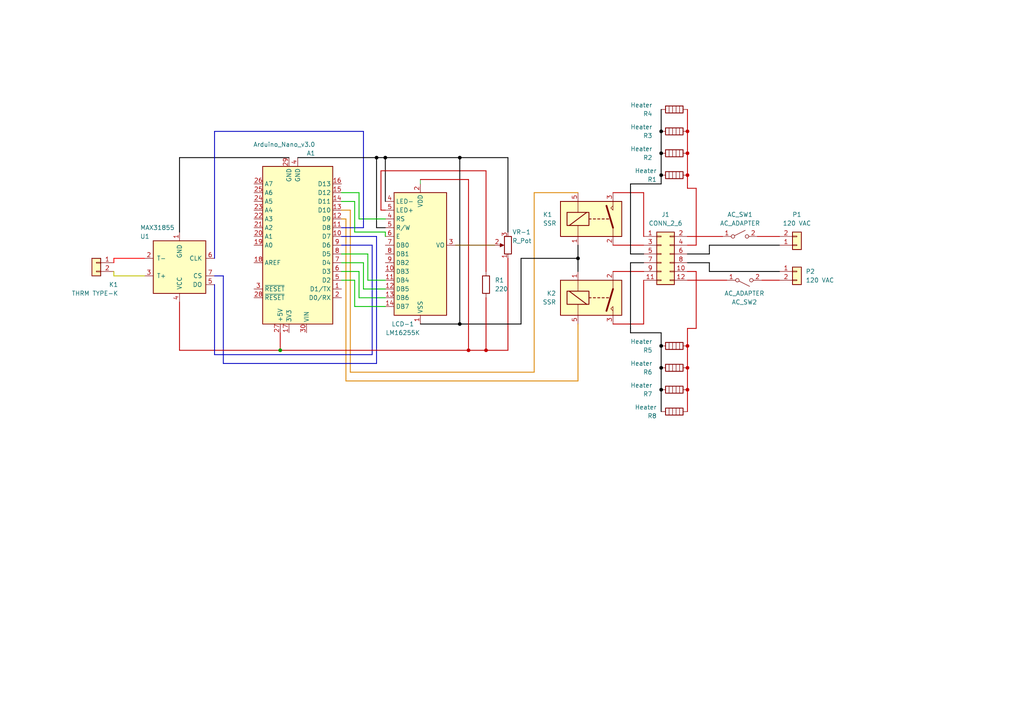
<source format=kicad_sch>
(kicad_sch (version 20211123) (generator eeschema)
  (paper "A4")
  (lib_symbols
    (symbol "Connector_Generic:Conn_01x02" (pin_names (offset 1.016) hide)
      (property "Reference" "J" (at 0 2.54 0))
      (property "Value" "Conn_01x02" (at 0 -5.08 0))
      (symbol "Conn_01x02_1_1"
        (rectangle (start -1.27 -2.413) (end 0 -2.667) (stroke (width 0.1524)))
        (rectangle (start -1.27 0.127) (end 0 -0.127) (stroke (width 0.1524)))
        (rectangle (start -1.27 1.27) (end 1.27 -3.81) (stroke (width 0.254)) (fill (type background)))
        (pin passive line (at -5.08 0 0) (length 3.81) (name "Pin_1") (number "1"))
        (pin passive line (at -5.08 -2.54 0) (length 3.81) (name "Pin_2") (number "2"))
      )
    )
    (symbol "Connector_Generic:Conn_02x06_Odd_Even" (pin_names (offset 1.016) hide)
      (property "Reference" "J" (at 1.27 7.62 0))
      (property "Value" "Conn_02x06_Odd_Even" (at 1.27 -10.16 0))
      (symbol "Conn_02x06_Odd_Even_1_1"
        (rectangle (start -1.27 -7.493) (end 0 -7.747) (stroke (width 0.1524)))
        (rectangle (start -1.27 -4.953) (end 0 -5.207) (stroke (width 0.1524)))
        (rectangle (start -1.27 -2.413) (end 0 -2.667) (stroke (width 0.1524)))
        (rectangle (start -1.27 0.127) (end 0 -0.127) (stroke (width 0.1524)))
        (rectangle (start -1.27 2.667) (end 0 2.413) (stroke (width 0.1524)))
        (rectangle (start -1.27 5.207) (end 0 4.953) (stroke (width 0.1524)))
        (rectangle (start -1.27 6.35) (end 3.81 -8.89) (stroke (width 0.254)) (fill (type background)))
        (rectangle (start 3.81 -7.493) (end 2.54 -7.747) (stroke (width 0.1524)))
        (rectangle (start 3.81 -4.953) (end 2.54 -5.207) (stroke (width 0.1524)))
        (rectangle (start 3.81 -2.413) (end 2.54 -2.667) (stroke (width 0.1524)))
        (rectangle (start 3.81 0.127) (end 2.54 -0.127) (stroke (width 0.1524)))
        (rectangle (start 3.81 2.667) (end 2.54 2.413) (stroke (width 0.1524)))
        (rectangle (start 3.81 5.207) (end 2.54 4.953) (stroke (width 0.1524)))
        (pin passive line (at -5.08 5.08 0) (length 3.81) (name "Pin_1") (number "1"))
        (pin passive line (at 7.62 -5.08 180) (length 3.81) (name "Pin_10") (number "10"))
        (pin passive line (at -5.08 -7.62 0) (length 3.81) (name "Pin_11") (number "11"))
        (pin passive line (at 7.62 -7.62 180) (length 3.81) (name "Pin_12") (number "12"))
        (pin passive line (at 7.62 5.08 180) (length 3.81) (name "Pin_2") (number "2"))
        (pin passive line (at -5.08 2.54 0) (length 3.81) (name "Pin_3") (number "3"))
        (pin passive line (at 7.62 2.54 180) (length 3.81) (name "Pin_4") (number "4"))
        (pin passive line (at -5.08 0 0) (length 3.81) (name "Pin_5") (number "5"))
        (pin passive line (at 7.62 0 180) (length 3.81) (name "Pin_6") (number "6"))
        (pin passive line (at -5.08 -2.54 0) (length 3.81) (name "Pin_7") (number "7"))
        (pin passive line (at 7.62 -2.54 180) (length 3.81) (name "Pin_8") (number "8"))
        (pin passive line (at -5.08 -5.08 0) (length 3.81) (name "Pin_9") (number "9"))
      )
    )
    (symbol "Device:Heater" (pin_numbers hide) (pin_names (offset 0))
      (property "Reference" "R" (at 2.032 0 90))
      (property "Value" "Heater" (at -2.032 0 90))
      (symbol "Heater_0_1"
        (rectangle (start -1.016 -2.54) (end 1.016 2.54) (stroke (width 0.254)))
        (polyline (pts (xy -1.016 1.524) (xy 1.016 1.524)))
        (polyline (pts (xy 1.016 -1.524) (xy -1.016 -1.524)))
        (polyline (pts (xy 1.016 -0.508) (xy -1.016 -0.508)))
        (polyline (pts (xy 1.016 0.508) (xy -1.016 0.508)))
      )
      (symbol "Heater_1_1"
        (pin passive line (at 0 3.81 270) (length 1.27) (name "~") (number "1"))
        (pin passive line (at 0 -3.81 90) (length 1.27) (name "~") (number "2"))
      )
    )
    (symbol "Device:R" (pin_numbers hide) (pin_names (offset 0))
      (property "Reference" "R" (at 2.032 0 90))
      (property "Value" "R" (at 0 0 90))
      (symbol "R_0_1"
        (rectangle (start -1.016 -2.54) (end 1.016 2.54) (stroke (width 0.254)))
      )
      (symbol "R_1_1"
        (pin passive line (at 0 3.81 270) (length 1.27) (name "~") (number "1"))
        (pin passive line (at 0 -3.81 90) (length 1.27) (name "~") (number "2"))
      )
    )
    (symbol "Device:R_Potentiometer" (pin_names (offset 1.016) hide)
      (property "Reference" "RV" (at -4.445 0 90))
      (property "Value" "R_Potentiometer" (at -2.54 0 90))
      (symbol "R_Potentiometer_0_1"
        (polyline (pts (xy 2.54 0) (xy 1.524 0)))
        (polyline (pts (xy 1.143 0) (xy 2.286 0.508) (xy 2.286 -0.508) (xy 1.143 0)) (fill (type outline)))
        (rectangle (start 1.016 2.54) (end -1.016 -2.54) (stroke (width 0.254)))
      )
      (symbol "R_Potentiometer_1_1"
        (pin passive line (at 0 3.81 270) (length 1.27) (name "1") (number "1"))
        (pin passive line (at 3.81 0 180) (length 1.27) (name "2") (number "2"))
        (pin passive line (at 0 -3.81 90) (length 1.27) (name "3") (number "3"))
      )
    )
    (symbol "LM16255K_1"
      (property "Reference" "LCD-1" (at 2.54 0 0))
      (property "Value" "LM16255K_1" (at 2.54 -2.54 0))
      (symbol "LM16255K_1_0_1"
        (rectangle (start -7.62 20.32) (end 7.62 -15.24) (stroke (width 0.254)) (fill (type background)))
      )
      (symbol "LM16255K_1_1_1"
        (pin power_in line (at 0 -17.78 90) (length 2.54) (name "VSS") (number "1"))
        (pin bidirectional line (at -10.16 -2.54 0) (length 2.54) (name "DB3") (number "10"))
        (pin bidirectional line (at -10.16 -5.08 0) (length 2.54) (name "DB4") (number "11"))
        (pin bidirectional line (at -10.16 -7.62 0) (length 2.54) (name "DB5") (number "12"))
        (pin bidirectional line (at -10.16 -10.16 0) (length 2.54) (name "DB6") (number "13"))
        (pin bidirectional line (at -10.16 -12.7 0) (length 2.54) (name "DB7") (number "14"))
        (pin power_in line (at 0 22.86 270) (length 2.54) (name "VDD") (number "2"))
        (pin power_in line (at 10.16 5.08 180) (length 2.54) (name "VO") (number "3"))
        (pin power_in line (at -10.16 17.78 0) (length 2.54) (name "LED-") (number "4"))
        (pin input line (at -10.16 12.7 0) (length 2.54) (name "RS") (number "4"))
        (pin power_in line (at -10.16 15.24 0) (length 2.54) (name "LED+") (number "5"))
        (pin input line (at -10.16 10.16 0) (length 2.54) (name "R/W") (number "5"))
        (pin input line (at -10.16 7.62 0) (length 2.54) (name "E") (number "6"))
        (pin bidirectional line (at -10.16 5.08 0) (length 2.54) (name "DB0") (number "7"))
        (pin bidirectional line (at -10.16 2.54 0) (length 2.54) (name "DB1") (number "8"))
        (pin bidirectional line (at -10.16 0 0) (length 2.54) (name "DB2") (number "9"))
      )
    )
    (symbol "MCU_Module:Arduino_Nano_v3.x"
      (property "Reference" "A" (at -10.16 23.495 0))
      (property "Value" "Arduino_Nano_v3.x" (at 5.08 -24.13 0))
      (symbol "Arduino_Nano_v3.x_0_1"
        (rectangle (start -10.16 22.86) (end 10.16 -22.86) (stroke (width 0.254)) (fill (type background)))
      )
      (symbol "Arduino_Nano_v3.x_1_1"
        (pin bidirectional line (at -12.7 12.7 0) (length 2.54) (name "D1/TX") (number "1"))
        (pin bidirectional line (at -12.7 -2.54 0) (length 2.54) (name "D7") (number "10"))
        (pin bidirectional line (at -12.7 -5.08 0) (length 2.54) (name "D8") (number "11"))
        (pin bidirectional line (at -12.7 -7.62 0) (length 2.54) (name "D9") (number "12"))
        (pin bidirectional line (at -12.7 -10.16 0) (length 2.54) (name "D10") (number "13"))
        (pin bidirectional line (at -12.7 -12.7 0) (length 2.54) (name "D11") (number "14"))
        (pin bidirectional line (at -12.7 -15.24 0) (length 2.54) (name "D12") (number "15"))
        (pin bidirectional line (at -12.7 -17.78 0) (length 2.54) (name "D13") (number "16"))
        (pin power_out line (at 2.54 25.4 270) (length 2.54) (name "3V3") (number "17"))
        (pin input line (at 12.7 5.08 180) (length 2.54) (name "AREF") (number "18"))
        (pin bidirectional line (at 12.7 0 180) (length 2.54) (name "A0") (number "19"))
        (pin bidirectional line (at -12.7 15.24 0) (length 2.54) (name "D0/RX") (number "2"))
        (pin bidirectional line (at 12.7 -2.54 180) (length 2.54) (name "A1") (number "20"))
        (pin bidirectional line (at 12.7 -5.08 180) (length 2.54) (name "A2") (number "21"))
        (pin bidirectional line (at 12.7 -7.62 180) (length 2.54) (name "A3") (number "22"))
        (pin bidirectional line (at 12.7 -10.16 180) (length 2.54) (name "A4") (number "23"))
        (pin bidirectional line (at 12.7 -12.7 180) (length 2.54) (name "A5") (number "24"))
        (pin bidirectional line (at 12.7 -15.24 180) (length 2.54) (name "A6") (number "25"))
        (pin bidirectional line (at 12.7 -17.78 180) (length 2.54) (name "A7") (number "26"))
        (pin power_out line (at 5.08 25.4 270) (length 2.54) (name "+5V") (number "27"))
        (pin input line (at 12.7 15.24 180) (length 2.54) (name "~{RESET}") (number "28"))
        (pin power_in line (at 2.54 -25.4 90) (length 2.54) (name "GND") (number "29"))
        (pin input line (at 12.7 12.7 180) (length 2.54) (name "~{RESET}") (number "3"))
        (pin power_in line (at -2.54 25.4 270) (length 2.54) (name "VIN") (number "30"))
        (pin power_in line (at 0 -25.4 90) (length 2.54) (name "GND") (number "4"))
        (pin bidirectional line (at -12.7 10.16 0) (length 2.54) (name "D2") (number "5"))
        (pin bidirectional line (at -12.7 7.62 0) (length 2.54) (name "D3") (number "6"))
        (pin bidirectional line (at -12.7 5.08 0) (length 2.54) (name "D4") (number "7"))
        (pin bidirectional line (at -12.7 2.54 0) (length 2.54) (name "D5") (number "8"))
        (pin bidirectional line (at -12.7 0 0) (length 2.54) (name "D6") (number "9"))
      )
    )
    (symbol "Relay:G5Q-1A"
      (property "Reference" "K" (at 8.89 3.81 0))
      (property "Value" "G5Q-1A" (at 8.89 1.27 0))
      (symbol "G5Q-1A_0_0"
        (polyline (pts (xy 5.08 5.08) (xy 5.08 2.54) (xy 4.445 3.175) (xy 5.08 3.81)))
      )
      (symbol "G5Q-1A_0_1"
        (rectangle (start -10.16 5.08) (end 7.62 -5.08) (stroke (width 0.254)) (fill (type background)))
        (rectangle (start -8.255 1.905) (end -1.905 -1.905) (stroke (width 0.254)))
        (polyline (pts (xy -7.62 -1.905) (xy -2.54 1.905)) (stroke (width 0.254)))
        (polyline (pts (xy -5.08 -5.08) (xy -5.08 -1.905)))
        (polyline (pts (xy -5.08 5.08) (xy -5.08 1.905)))
        (polyline (pts (xy -1.905 0) (xy -1.27 0)) (stroke (width 0.254)))
        (polyline (pts (xy -0.635 0) (xy 0 0)) (stroke (width 0.254)))
        (polyline (pts (xy 0.635 0) (xy 1.27 0)) (stroke (width 0.254)))
        (polyline (pts (xy 1.905 0) (xy 2.54 0)) (stroke (width 0.254)))
        (polyline (pts (xy 3.175 0) (xy 3.81 0)) (stroke (width 0.254)))
        (polyline (pts (xy 5.08 -2.54) (xy 3.175 3.81)) (stroke (width 0.508)))
        (polyline (pts (xy 5.08 -2.54) (xy 5.08 -5.08)))
      )
      (symbol "G5Q-1A_1_1"
        (pin passive line (at -5.08 -7.62 90) (length 2.54) (name "~") (number "1"))
        (pin passive line (at 5.08 -7.62 90) (length 2.54) (name "~") (number "2"))
        (pin passive line (at 5.08 7.62 270) (length 2.54) (name "~") (number "3"))
        (pin passive line (at -5.08 7.62 270) (length 2.54) (name "~") (number "5"))
      )
    )
    (symbol "Sensor_Temperature:MAX31855EASA" (pin_names (offset 1.016))
      (property "Reference" "U1" (at -11.43 -8.89 0))
      (property "Value" "MAX31855" (at -11.43 -11.43 0))
      (symbol "MAX31855EASA_0_1"
        (rectangle (start -7.62 7.62) (end 7.62 -7.62) (stroke (width 0.254)) (fill (type background)))
      )
      (symbol "MAX31855EASA_1_1"
        (pin power_in line (at 0 -10.16 90) (length 2.54) (name "GND") (number "1"))
        (pin passive line (at -10.16 -2.54 0) (length 2.54) (name "T-") (number "2"))
        (pin passive line (at -10.16 2.54 0) (length 2.54) (name "T+") (number "3"))
        (pin power_in line (at 0 10.16 270) (length 2.54) (name "VCC") (number "4"))
        (pin input line (at 10.16 5.08 180) (length 2.54) (name "DO") (number "5"))
        (pin input line (at 10.16 -2.54 180) (length 2.54) (name "CLK") (number "6"))
        (pin tri_state line (at 10.16 2.54 180) (length 2.54) (name "CS") (number "7"))
      )
    )
    (symbol "Switch:SW_SPST" (pin_names (offset 0) hide)
      (property "Reference" "SW" (at 0 3.175 0))
      (property "Value" "SW_SPST" (at 0 -2.54 0))
      (symbol "SW_SPST_0_0"
        (circle (center -2.032 0) (radius 0.508))
        (polyline (pts (xy -1.524 0.254) (xy 1.524 1.778)))
        (circle (center 2.032 0) (radius 0.508))
      )
      (symbol "SW_SPST_1_1"
        (pin passive line (at -5.08 0 0) (length 2.54) (name "A") (number "1"))
        (pin passive line (at 5.08 0 180) (length 2.54) (name "B") (number "2"))
      )
    )
  )
  (junction (at 199.39 100.33) (color 194 0 0 1))
  (junction (at 191.77 106.68) (color 0 0 0 1))
  (junction (at 191.77 38.1) (color 0 0 0 1))
  (junction (at 191.77 100.33) (color 0 0 0 1))
  (junction (at 199.39 50.8) (color 194 0 0 1))
  (junction (at 191.77 44.45) (color 0 0 0 1))
  (junction (at 199.39 44.45) (color 194 0 0 1))
  (junction (at 109.22 45.72) (color 0 0 0 1))
  (junction (at 135.89 101.6) (color 194 0 0 1))
  (junction (at 191.77 50.8) (color 0 0 0 1))
  (junction (at 133.35 45.72) (color 0 0 0 1))
  (junction (at 81.28 101.6))
  (junction (at 133.35 93.98) (color 0 0 0 1))
  (junction (at 199.39 38.1) (color 194 0 0 1))
  (junction (at 111.76 45.72) (color 0 0 0 1))
  (junction (at 191.77 113.03) (color 0 0 0 1))
  (junction (at 167.64 74.93) (color 0 0 0 1))
  (junction (at 140.97 101.6) (color 194 0 0 1))
  (junction (at 199.39 106.68) (color 194 0 0 1))
  (junction (at 199.39 113.03) (color 194 0 0 1))
  (wire (pts (xy 106.68 73.66) (xy 106.68 81.28)) (stroke (width 0.25) (color 0 194 0 1)))
  (wire (pts (xy 201.93 95.25) (xy 199.39 95.25)) (stroke (width 0.25) (color 194 0 0 1)))
  (wire (pts (xy 102.87 88.9) (xy 111.76 88.9)) (stroke (width 0.25) (color 0 194 0 1)))
  (wire (pts (xy 105.41 66.04) (xy 105.41 38.1)) (stroke (width 0.25) (color 0 0 194 1)))
  (wire (pts (xy 132.08 71.12) (xy 143.51 71.12)) (stroke (width 0.25) (color 128 77 0 1)))
  (wire (pts (xy 133.35 45.72) (xy 133.35 93.98)) (stroke (width 0.25) (color 0 0 0 1)))
  (wire (pts (xy 109.22 105.41) (xy 64.77 105.41)) (stroke (width 0.25) (color 0 0 194 1)))
  (wire (pts (xy 177.8 78.74) (xy 186.69 78.74)) (stroke (width 0.25) (color 194 0 0 1)))
  (wire (pts (xy 111.76 66.04) (xy 109.22 66.04)) (stroke (width 0.25) (color 0 0 0 1)))
  (wire (pts (xy 111.76 45.72) (xy 133.35 45.72)) (stroke (width 0.25) (color 0 0 0 1)))
  (wire (pts (xy 107.95 102.87) (xy 62.23 102.87)) (stroke (width 0.25) (color 0 0 194 1)))
  (wire (pts (xy 105.41 76.2) (xy 105.41 83.82)) (stroke (width 0.25) (color 0 194 0 1)))
  (wire (pts (xy 191.77 50.8) (xy 191.77 53.34)) (stroke (width 0.25) (color 0 0 0 1)))
  (wire (pts (xy 140.97 49.53) (xy 110.49 49.53)) (stroke (width 0.25) (color 194 0 0 1)))
  (wire (pts (xy 151.13 74.93) (xy 167.64 74.93)) (stroke (width 0.25) (color 0 0 0 1)))
  (wire (pts (xy 109.22 66.04) (xy 109.22 45.72)) (stroke (width 0.25) (color 0 0 0 1)))
  (wire (pts (xy 199.39 50.8) (xy 199.39 54.61)) (stroke (width 0.25) (color 194 0 0 1)))
  (wire (pts (xy 199.39 106.68) (xy 199.39 113.03)) (stroke (width 0.25) (color 194 0 0 1)))
  (wire (pts (xy 186.69 93.98) (xy 186.69 81.28)) (stroke (width 0.25) (color 194 0 0 1)))
  (wire (pts (xy 133.35 93.98) (xy 151.13 93.98)) (stroke (width 0.25) (color 0 0 0 1)))
  (wire (pts (xy 191.77 31.75) (xy 191.77 38.1)) (stroke (width 0.25) (color 0 0 0 1)))
  (wire (pts (xy 201.93 71.12) (xy 201.93 54.61)) (stroke (width 0.25) (color 194 0 0 1)))
  (wire (pts (xy 199.39 81.28) (xy 210.82 81.28)) (stroke (width 0.25) (color 194 0 0 1)))
  (wire (pts (xy 99.06 73.66) (xy 106.68 73.66)) (stroke (width 0.25) (color 0 194 0 1)))
  (wire (pts (xy 219.71 68.58) (xy 226.06 68.58)) (stroke (width 0.25) (color 194 0 0 1)))
  (wire (pts (xy 199.39 68.58) (xy 209.55 68.58)) (stroke (width 0.25) (color 194 0 0 1)))
  (wire (pts (xy 147.32 45.72) (xy 147.32 67.31)) (stroke (width 0.25) (color 0 0 0 1)))
  (wire (pts (xy 199.39 113.03) (xy 199.39 119.38)) (stroke (width 0.25) (color 194 0 0 1)))
  (wire (pts (xy 81.28 101.6) (xy 135.89 101.6)) (stroke (width 0.25) (color 194 0 0 1)))
  (wire (pts (xy 167.64 93.98) (xy 167.64 110.49)) (stroke (width 0.25) (color 221 133 0 1)))
  (wire (pts (xy 140.97 101.6) (xy 147.32 101.6)) (stroke (width 0.25) (color 194 0 0 1)))
  (wire (pts (xy 104.14 63.5) (xy 111.76 63.5)) (stroke (width 0.25) (color 0 194 0 1)))
  (wire (pts (xy 99.06 55.88) (xy 104.14 55.88)) (stroke (width 0.25) (color 0 194 0 1)))
  (wire (pts (xy 191.77 100.33) (xy 191.77 106.68)) (stroke (width 0.25) (color 0 0 0 1)))
  (wire (pts (xy 104.14 55.88) (xy 104.14 63.5)) (stroke (width 0.25) (color 0 194 0 1)))
  (wire (pts (xy 147.32 101.6) (xy 147.32 74.93)) (stroke (width 0.25) (color 194 0 0 1)))
  (wire (pts (xy 140.97 78.74) (xy 140.97 49.53)) (stroke (width 0.25) (color 194 0 0 1)))
  (wire (pts (xy 83.82 45.72) (xy 52.07 45.72)) (stroke (width 0.25) (color 0 0 0 1)))
  (wire (pts (xy 186.69 68.58) (xy 186.69 55.88)) (stroke (width 0.25) (color 194 0 0 1)))
  (wire (pts (xy 201.93 54.61) (xy 199.39 54.61)) (stroke (width 0.25) (color 194 0 0 1)))
  (wire (pts (xy 107.95 71.12) (xy 107.95 102.87)) (stroke (width 0.25) (color 0 0 194 1)))
  (wire (pts (xy 99.06 71.12) (xy 107.95 71.12)) (stroke (width 0.25) (color 0 0 194 1)))
  (wire (pts (xy 205.74 73.66) (xy 199.39 73.66)) (stroke (width 0.25) (color 0 0 0 1)))
  (wire (pts (xy 52.07 87.63) (xy 52.07 101.6)) (stroke (width 0.25) (color 194 0 0 1)))
  (wire (pts (xy 104.14 86.36) (xy 111.76 86.36)) (stroke (width 0.25) (color 0 194 0 1)))
  (wire (pts (xy 81.28 96.52) (xy 81.28 101.6)) (stroke (width 0.25) (color 194 0 0 1)))
  (wire (pts (xy 33.02 78.74) (xy 33.02 80.01)) (stroke (width 0.25) (color 194 194 0 1)))
  (wire (pts (xy 105.41 83.82) (xy 111.76 83.82)) (stroke (width 0.25) (color 0 194 0 1)))
  (wire (pts (xy 111.76 45.72) (xy 111.76 58.42)) (stroke (width 0.25) (color 0 0 0 1)))
  (wire (pts (xy 167.64 55.88) (xy 154.94 55.88)) (stroke (width 0.25) (color 221 133 0 1)))
  (wire (pts (xy 182.88 95.25) (xy 182.88 96.52)) (stroke (width 0.25) (color 0 0 0 1)))
  (wire (pts (xy 220.98 81.28) (xy 226.06 81.28)) (stroke (width 0.25) (color 194 0 0 1)))
  (wire (pts (xy 64.77 105.41) (xy 64.77 80.01)) (stroke (width 0.25) (color 0 0 194 1)))
  (wire (pts (xy 182.88 96.52) (xy 191.77 96.52)) (stroke (width 0.25) (color 0 0 0 1)))
  (wire (pts (xy 33.02 80.01) (xy 41.91 80.01)) (stroke (width 0.25) (color 194 194 0 1)))
  (wire (pts (xy 205.74 78.74) (xy 205.74 76.2)) (stroke (width 0.25) (color 0 0 0 1)))
  (wire (pts (xy 99.06 60.96) (xy 101.6 60.96)) (stroke (width 0.25) (color 221 133 0 1)))
  (wire (pts (xy 105.41 38.1) (xy 62.23 38.1)) (stroke (width 0.25) (color 0 0 194 1)))
  (wire (pts (xy 154.94 55.88) (xy 154.94 107.95)) (stroke (width 0.25) (color 221 133 0 1)))
  (wire (pts (xy 33.02 74.93) (xy 41.91 74.93)) (stroke (width 0.25) (color 255 0 0 1)))
  (wire (pts (xy 199.39 95.25) (xy 199.39 100.33)) (stroke (width 0.25) (color 194 0 0 1)))
  (wire (pts (xy 205.74 76.2) (xy 199.39 76.2)) (stroke (width 0.25) (color 0 0 0 1)))
  (wire (pts (xy 135.89 52.07) (xy 135.89 101.6)) (stroke (width 0.25) (color 194 0 0 1)))
  (wire (pts (xy 191.77 106.68) (xy 191.77 113.03)) (stroke (width 0.25) (color 0 0 0 1)))
  (wire (pts (xy 109.22 45.72) (xy 111.76 45.72)) (stroke (width 0.25) (color 0 0 0 1)))
  (wire (pts (xy 102.87 81.28) (xy 102.87 88.9)) (stroke (width 0.25) (color 0 194 0 1)))
  (wire (pts (xy 102.87 67.31) (xy 111.76 67.31)) (stroke (width 0.25) (color 0 194 0 1)))
  (wire (pts (xy 167.64 71.12) (xy 167.64 74.93)) (stroke (width 0.25) (color 0 0 0 1)))
  (wire (pts (xy 186.69 73.66) (xy 182.88 73.66)) (stroke (width 0.25) (color 0 0 0 1)))
  (wire (pts (xy 182.88 76.2) (xy 182.88 95.25)) (stroke (width 0.25) (color 0 0 0 1)))
  (wire (pts (xy 133.35 45.72) (xy 147.32 45.72)) (stroke (width 0.25) (color 0 0 0 1)))
  (wire (pts (xy 133.35 93.98) (xy 121.92 93.98)) (stroke (width 0.25) (color 0 0 0 1)))
  (wire (pts (xy 100.33 110.49) (xy 167.64 110.49)) (stroke (width 0.25) (color 221 133 0 1)))
  (wire (pts (xy 191.77 113.03) (xy 191.77 119.38)) (stroke (width 0.25) (color 0 0 0 1)))
  (wire (pts (xy 135.89 101.6) (xy 140.97 101.6)) (stroke (width 0.25) (color 194 0 0 1)))
  (wire (pts (xy 99.06 78.74) (xy 104.14 78.74)) (stroke (width 0.25) (color 0 194 0 1)))
  (wire (pts (xy 186.69 76.2) (xy 182.88 76.2)) (stroke (width 0.25) (color 0 0 0 1)))
  (wire (pts (xy 102.87 58.42) (xy 102.87 67.31)) (stroke (width 0.25) (color 0 194 0 1)))
  (wire (pts (xy 199.39 78.74) (xy 201.93 78.74)) (stroke (width 0.25) (color 194 0 0 1)))
  (wire (pts (xy 191.77 38.1) (xy 191.77 44.45)) (stroke (width 0.25) (color 0 0 0 1)))
  (wire (pts (xy 177.8 93.98) (xy 186.69 93.98)) (stroke (width 0.25) (color 194 0 0 1)))
  (wire (pts (xy 111.76 67.31) (xy 111.76 68.58)) (stroke (width 0.25) (color 0 194 0 1)))
  (wire (pts (xy 99.06 81.28) (xy 102.87 81.28)) (stroke (width 0.25) (color 0 194 0 1)))
  (wire (pts (xy 191.77 44.45) (xy 191.77 50.8)) (stroke (width 0.25) (color 0 0 0 1)))
  (wire (pts (xy 177.8 71.12) (xy 186.69 71.12)) (stroke (width 0.25) (color 194 0 0 1)))
  (wire (pts (xy 100.33 63.5) (xy 100.33 110.49)) (stroke (width 0.25) (color 221 133 0 1)))
  (wire (pts (xy 226.06 71.12) (xy 205.74 71.12)) (stroke (width 0.25) (color 0 0 0 1)))
  (wire (pts (xy 86.36 45.72) (xy 109.22 45.72)) (stroke (width 0.25) (color 0 0 0 1)))
  (wire (pts (xy 191.77 53.34) (xy 182.88 53.34)) (stroke (width 0.25) (color 0 0 0 1)))
  (wire (pts (xy 205.74 71.12) (xy 205.74 73.66)) (stroke (width 0.25) (color 0 0 0 1)))
  (wire (pts (xy 199.39 38.1) (xy 199.39 44.45)) (stroke (width 0.25) (color 194 0 0 1)))
  (wire (pts (xy 191.77 96.52) (xy 191.77 100.33)) (stroke (width 0.25) (color 0 0 0 1)))
  (wire (pts (xy 52.07 101.6) (xy 81.28 101.6)) (stroke (width 0.25) (color 194 0 0 1)))
  (wire (pts (xy 199.39 100.33) (xy 199.39 106.68)) (stroke (width 0.25) (color 194 0 0 1)))
  (wire (pts (xy 62.23 102.87) (xy 62.23 82.55)) (stroke (width 0.25) (color 0 0 194 1)))
  (wire (pts (xy 109.22 68.58) (xy 109.22 105.41)) (stroke (width 0.25) (color 0 0 194 1)))
  (wire (pts (xy 201.93 78.74) (xy 201.93 95.25)) (stroke (width 0.25) (color 194 0 0 1)))
  (wire (pts (xy 104.14 78.74) (xy 104.14 86.36)) (stroke (width 0.25) (color 0 194 0 1)))
  (wire (pts (xy 110.49 60.96) (xy 111.76 60.96)) (stroke (width 0.25) (color 194 0 0 1)))
  (wire (pts (xy 199.39 44.45) (xy 199.39 50.8)) (stroke (width 0.25) (color 194 0 0 1)))
  (wire (pts (xy 62.23 38.1) (xy 62.23 74.93)) (stroke (width 0.25) (color 0 0 194 1)))
  (wire (pts (xy 186.69 55.88) (xy 177.8 55.88)) (stroke (width 0.25) (color 194 0 0 1)))
  (wire (pts (xy 121.92 52.07) (xy 121.92 53.34)))
  (wire (pts (xy 106.68 81.28) (xy 111.76 81.28)) (stroke (width 0.25) (color 0 194 0 1)))
  (wire (pts (xy 99.06 58.42) (xy 102.87 58.42)) (stroke (width 0.25) (color 0 194 0 1)))
  (wire (pts (xy 167.64 74.93) (xy 167.64 78.74)) (stroke (width 0.25) (color 0 0 0 1)))
  (wire (pts (xy 52.07 45.72) (xy 52.07 67.31)) (stroke (width 0.25) (color 0 0 0 1)))
  (wire (pts (xy 199.39 71.12) (xy 201.93 71.12)) (stroke (width 0.25) (color 194 0 0 1)))
  (wire (pts (xy 182.88 53.34) (xy 182.88 73.66)) (stroke (width 0.25) (color 0 0 0 1)))
  (wire (pts (xy 154.94 107.95) (xy 101.6 107.95)) (stroke (width 0.25) (color 221 133 0 1)))
  (wire (pts (xy 99.06 66.04) (xy 105.41 66.04)) (stroke (width 0.25) (color 0 0 194 1)))
  (wire (pts (xy 140.97 86.36) (xy 140.97 101.6)) (stroke (width 0.25) (color 194 0 0 1)))
  (wire (pts (xy 99.06 76.2) (xy 105.41 76.2)) (stroke (width 0.25) (color 0 194 0 1)))
  (wire (pts (xy 64.77 80.01) (xy 62.23 80.01)) (stroke (width 0.25) (color 0 0 194 1)))
  (wire (pts (xy 151.13 93.98) (xy 151.13 74.93)) (stroke (width 0.25) (color 0 0 0 1)))
  (wire (pts (xy 99.06 63.5) (xy 100.33 63.5)) (stroke (width 0.25) (color 221 133 0 1)))
  (wire (pts (xy 226.06 78.74) (xy 205.74 78.74)) (stroke (width 0.25) (color 0 0 0 1)))
  (wire (pts (xy 33.02 76.2) (xy 33.02 74.93)) (stroke (width 0.25) (color 255 0 0 1)))
  (wire (pts (xy 99.06 68.58) (xy 109.22 68.58)) (stroke (width 0.25) (color 0 0 194 1)))
  (wire (pts (xy 199.39 31.75) (xy 199.39 38.1)) (stroke (width 0.25) (color 194 0 0 1)))
  (wire (pts (xy 101.6 60.96) (xy 101.6 107.95)) (stroke (width 0.25) (color 221 133 0 1)))
  (wire (pts (xy 110.49 49.53) (xy 110.49 60.96)) (stroke (width 0.25) (color 194 0 0 1)))
  (wire (pts (xy 121.92 52.07) (xy 135.89 52.07)) (stroke (width 0.25) (color 194 0 0 1)))
  (symbol (lib_id "Device:Heater") (at 195.58 106.68 90) (unit 1)
    (property "Reference" "R6" (at 189.23 107.95 90) (effects (justify left)))
    (property "Value" "Heater" (at 189.23 105.41 90) (effects (justify left)))
  )
  (symbol (lib_id "Device:Heater") (at 195.58 119.38 90) (unit 1)
    (property "Reference" "R8" (at 190.5 120.65 90) (effects (justify left)))
    (property "Value" "Heater" (at 190.5 118.11 90) (effects (justify left)))
  )
  (symbol (lib_id "Device:R") (at 140.97 82.55 0) (unit 1)
    (property "Reference" "R1" (at 143.51 81.2799 0) (effects (justify left)))
    (property "Value" "220" (at 143.51 83.8199 0) (effects (justify left)))
  )
  (symbol (lib_id "Connector_Generic:Conn_02x06_Odd_Even") (at 191.77 73.66 0) (unit 1)
    (property "Reference" "J1" (at 193.04 62.23 0))
    (property "Value" "CONN_2_6" (at 193.04 64.77 0))
  )
  (symbol (lib_id "Device:Heater") (at 195.58 38.1 90) (unit 1)
    (property "Reference" "R3" (at 189.23 39.37 90) (effects (justify left)))
    (property "Value" "Heater" (at 189.23 36.83 90) (effects (justify left)))
  )
  (symbol (lib_id "Device:Heater") (at 195.58 113.03 90) (unit 1)
    (property "Reference" "R7" (at 189.23 114.3 90) (effects (justify left)))
    (property "Value" "Heater" (at 189.23 111.76 90) (effects (justify left)))
  )
  (symbol (lib_id "Relay:G5Q-1A") (at 172.72 63.5 0) (unit 1)
    (property "Reference" "K1" (at 157.48 62.23 0) (effects (justify left)))
    (property "Value" "SSR" (at 157.48 64.77 0) (effects (justify left)))
    (property "Footprint" "Relay_THT:Relay_SPST_Omron-G5Q-1A" (effects hide))
    (property "Datasheet" "https://www.omron.com/ecb/products/pdf/en-g5q.pdf" (effects hide))
  )
  (symbol (lib_id "Sensor_Temperature:MAX31855EASA") (at 52.07 77.47 0) (mirror x) (unit 1)
    (property "Reference" "U1" (at 40.64 68.58 0) (effects (justify left)))
    (property "Value" "MAX31855" (at 40.64 66.04 0) (effects (justify left)))
    (property "Footprint" "Package_SO:SOIC-8_3.9x4.9mm_P1.27mm" (effects hide))
    (property "Datasheet" "http://datasheets.maximintegrated.com/en/ds/MAX31855.pdf" (effects hide))
  )
  (symbol (lib_id "Relay:G5Q-1A") (at 172.72 86.36 0) (mirror x) (unit 1)
    (property "Reference" "K2" (at 161.29 85.0899 0) (effects (justify right)))
    (property "Value" "SSR" (at 161.29 87.6299 0) (effects (justify right)))
    (property "Footprint" "Relay_THT:Relay_SPST_Omron-G5Q-1A" (effects hide))
    (property "Datasheet" "https://www.omron.com/ecb/products/pdf/en-g5q.pdf" (effects hide))
  )
  (symbol (lib_id "Device:Heater") (at 195.58 31.75 90) (unit 1)
    (property "Reference" "R4" (at 189.23 33.02 90) (effects (justify left)))
    (property "Value" "Heater" (at 189.23 30.48 90) (effects (justify left)))
  )
  (symbol (lib_id "MCU_Module:Arduino_Nano_v3.x") (at 86.36 71.12 180) (unit 1)
    (property "Reference" "A1" (at 91.44 44.45 0) (effects (justify left)))
    (property "Value" "Arduino_Nano_v3.0" (at 91.44 41.91 0) (effects (justify left)))
    (property "Footprint" "Module:Arduino_Nano" (effects hide))
    (property "Datasheet" "http://www.mouser.com/pdfdocs/Gravitech_Arduino_Nano3_0.pdf" (effects hide))
  )
  (symbol (lib_id "Switch:SW_SPST") (at 215.9 81.28 0) (mirror x) (unit 1)
    (property "Reference" "AC_SW2" (at 215.9 87.63 0))
    (property "Value" "AC_ADAPTER" (at 215.9 85.09 0))
  )
  (symbol (lib_id "Switch:SW_SPST") (at 214.63 68.58 0) (unit 1)
    (property "Reference" "AC_SW1" (at 214.63 62.23 0))
    (property "Value" "AC_ADAPTER" (at 214.63 64.77 0))
  )
  (symbol (lib_id "Connector_Generic:Conn_01x02") (at 231.14 71.12 0) (mirror x) (unit 1)
    (property "Reference" "P1" (at 231.14 62.23 0))
    (property "Value" "120 VAC" (at 231.14 64.77 0))
  )
  (symbol (lib_id "Device:Heater") (at 195.58 100.33 90) (unit 1)
    (property "Reference" "R5" (at 189.23 101.6 90) (effects (justify left)))
    (property "Value" "Heater" (at 189.23 99.06 90) (effects (justify left)))
  )
  (symbol (lib_id "Device:Heater") (at 195.58 44.45 90) (unit 1)
    (property "Reference" "R2" (at 189.23 45.72 90) (effects (justify left)))
    (property "Value" "Heater" (at 189.23 43.18 90) (effects (justify left)))
  )
  (symbol (lib_id "Device:Heater") (at 195.58 50.8 90) (unit 1)
    (property "Reference" "R1" (at 190.5 52.07 90) (effects (justify left)))
    (property "Value" "Heater" (at 190.5 49.53 90) (effects (justify left)))
  )
  (symbol (lib_id "Connector_Generic:Conn_01x02") (at 231.14 78.74 0) (unit 1)
    (property "Reference" "P2" (at 233.68 78.7399 0) (effects (justify left)))
    (property "Value" "120 VAC" (at 233.68 81.2799 0) (effects (justify left)))
  )
  (symbol (lib_id "Connector_Generic:Conn_01x02") (at 27.94 76.2 0) (mirror y) (unit 1)
    (property "Reference" "K1" (at 34.29 82.55 0) (effects (justify left)))
    (property "Value" "THRM TYPE-K" (at 34.29 85.09 0) (effects (justify left)))
  )
  (symbol (lib_id "Device:R_Potentiometer") (at 147.32 71.12 180) (unit 1)
    (property "Reference" "VR-1" (at 148.59 67.31 0) (effects (justify right)))
    (property "Value" "R_Pot" (at 148.59 69.85 0) (effects (justify right)))
  )
  (symbol (lib_name "LM16255K_1") (lib_id "Display_Character:LM16255K") (at 121.92 76.2 0) (unit 1)
    (property "Reference" "LCD-1" (at 116.84 93.98 0))
    (property "Value" "LM16255K" (at 116.84 96.52 0))
    (property "Footprint" "Display:LM16255" (effects hide))
    (property "Datasheet" "http://pdf.datasheetcatalog.com/datasheet/Sharp/mXvtrzw.pdf" (effects hide))
  )
)
</source>
